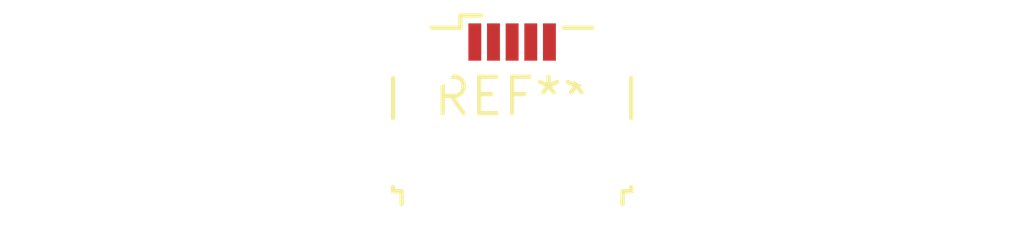
<source format=kicad_pcb>
(kicad_pcb (version 20240108) (generator pcbnew)
  (layers (0 "F.Cu" signal) (31 "B.Cu" signal) (34 "B.Paste" user) (35 "F.Paste" user) (36 "B.SilkS" user "B.Silkscreen") (37 "F.SilkS" user "F.Silkscreen") (38 "B.Mask" user) (39 "F.Mask" user) (44 "Edge.Cuts" user))
  (net 0 "")
  (footprint "USB_Micro-B_Wuerth_629105150521" (layer "F.Cu") (at 0 0)
    (property "Reference" "REF**")
    (property "Value" "USB_Micro-B_Wuerth_629105150521")
    (fp_line (start -4.15 -0.65) (end -4.15 0.75) (layer "F.SilkS") (stroke (width 0.15)))
    (fp_line (start -4.15 3.15) (end -4.15 3.3) (layer "F.SilkS") (stroke (width 0.15)))
    (fp_line (start -4.15 3.3) (end -3.85 3.3) (layer "F.SilkS") (stroke (width 0.15)))
    (fp_line (start -3.85 3.3) (end -3.85 3.75) (layer "F.SilkS") (stroke (width 0.15)))
    (fp_line (start -1.8 -2.825) (end -1.8 -2.4) (layer "F.SilkS") (stroke (width 0.15)))
    (fp_line (start -1.8 -2.4) (end -2.8 -2.4) (layer "F.SilkS") (stroke (width 0.15)))
    (fp_line (start -1.075 -2.825) (end -1.8 -2.825) (layer "F.SilkS") (stroke (width 0.15)))
    (fp_line (start 1.8 -2.4) (end 2.8 -2.4) (layer "F.SilkS") (stroke (width 0.15)))
    (fp_line (start 3.85 3.3) (end 4.15 3.3) (layer "F.SilkS") (stroke (width 0.15)))
    (fp_line (start 3.85 3.75) (end 3.85 3.3) (layer "F.SilkS") (stroke (width 0.15)))
    (fp_line (start 4.15 0.75) (end 4.15 -0.65) (layer "F.SilkS") (stroke (width 0.15)))
    (fp_line (start 4.15 3.3) (end 4.15 3.15) (layer "F.SilkS") (stroke (width 0.15)))
    (pad "" np_thru_hole oval (at -2.5 -0.8) (size 0.8 0.8) (drill 0.8) (layers *.Cu *.Mask))
    (pad "" np_thru_hole oval (at 2.5 -0.8) (size 0.8 0.8) (drill 0.8) (layers *.Cu *.Mask))
    (pad "1" smd rect (at -1.3 -1.9) (size 0.45 1.3) (layers "F.Cu" "F.Paste" "F.Mask"))
    (pad "2" smd rect (at -0.65 -1.9) (size 0.45 1.3) (layers "F.Cu" "F.Paste" "F.Mask"))
    (pad "3" smd rect (at 0 -1.9) (size 0.45 1.3) (layers "F.Cu" "F.Paste" "F.Mask"))
    (pad "4" smd rect (at 0.65 -1.9) (size 0.45 1.3) (layers "F.Cu" "F.Paste" "F.Mask"))
    (pad "5" smd rect (at 1.3 -1.9) (size 0.45 1.3) (layers "F.Cu" "F.Paste" "F.Mask"))
    (pad "6" thru_hole oval (at -3.875 1.95) (size 1.15 1.8) (drill oval 0.55 1.2) (layers *.Cu *.Mask) (remove_unused_layers))
    (pad "6" thru_hole oval (at -3.725 -1.85) (size 1.45 2) (drill oval 0.85 1.4) (layers *.Cu *.Mask) (remove_unused_layers))
    (pad "6" thru_hole oval (at 3.725 -1.85) (size 1.45 2) (drill oval 0.85 1.4) (layers *.Cu *.Mask) (remove_unused_layers))
    (pad "6" thru_hole oval (at 3.875 1.95) (size 1.15 1.8) (drill oval 0.55 1.2) (layers *.Cu *.Mask) (remove_unused_layers))
  )
)
</source>
